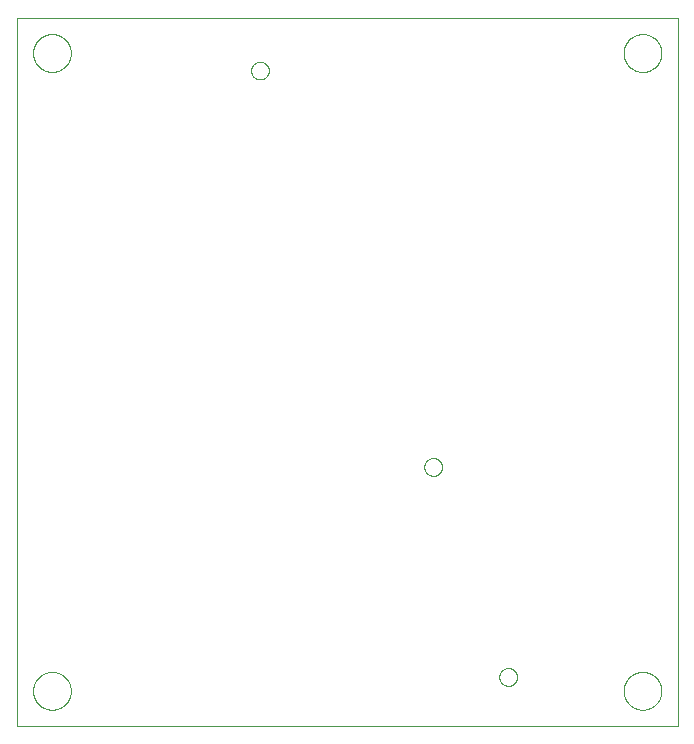
<source format=gbo>
G75*
%MOIN*%
%OFA0B0*%
%FSLAX25Y25*%
%IPPOS*%
%LPD*%
%AMOC8*
5,1,8,0,0,1.08239X$1,22.5*
%
%ADD10C,0.00000*%
D10*
X0001000Y0001000D02*
X0001000Y0237220D01*
X0221472Y0237220D01*
X0221472Y0001000D01*
X0001000Y0001000D01*
X0006512Y0012811D02*
X0006514Y0012969D01*
X0006520Y0013127D01*
X0006530Y0013285D01*
X0006544Y0013443D01*
X0006562Y0013600D01*
X0006583Y0013757D01*
X0006609Y0013913D01*
X0006639Y0014069D01*
X0006672Y0014224D01*
X0006710Y0014377D01*
X0006751Y0014530D01*
X0006796Y0014682D01*
X0006845Y0014833D01*
X0006898Y0014982D01*
X0006954Y0015130D01*
X0007014Y0015276D01*
X0007078Y0015421D01*
X0007146Y0015564D01*
X0007217Y0015706D01*
X0007291Y0015846D01*
X0007369Y0015983D01*
X0007451Y0016119D01*
X0007535Y0016253D01*
X0007624Y0016384D01*
X0007715Y0016513D01*
X0007810Y0016640D01*
X0007907Y0016765D01*
X0008008Y0016887D01*
X0008112Y0017006D01*
X0008219Y0017123D01*
X0008329Y0017237D01*
X0008442Y0017348D01*
X0008557Y0017457D01*
X0008675Y0017562D01*
X0008796Y0017664D01*
X0008919Y0017764D01*
X0009045Y0017860D01*
X0009173Y0017953D01*
X0009303Y0018043D01*
X0009436Y0018129D01*
X0009571Y0018213D01*
X0009707Y0018292D01*
X0009846Y0018369D01*
X0009987Y0018441D01*
X0010129Y0018511D01*
X0010273Y0018576D01*
X0010419Y0018638D01*
X0010566Y0018696D01*
X0010715Y0018751D01*
X0010865Y0018802D01*
X0011016Y0018849D01*
X0011168Y0018892D01*
X0011321Y0018931D01*
X0011476Y0018967D01*
X0011631Y0018998D01*
X0011787Y0019026D01*
X0011943Y0019050D01*
X0012100Y0019070D01*
X0012258Y0019086D01*
X0012415Y0019098D01*
X0012574Y0019106D01*
X0012732Y0019110D01*
X0012890Y0019110D01*
X0013048Y0019106D01*
X0013207Y0019098D01*
X0013364Y0019086D01*
X0013522Y0019070D01*
X0013679Y0019050D01*
X0013835Y0019026D01*
X0013991Y0018998D01*
X0014146Y0018967D01*
X0014301Y0018931D01*
X0014454Y0018892D01*
X0014606Y0018849D01*
X0014757Y0018802D01*
X0014907Y0018751D01*
X0015056Y0018696D01*
X0015203Y0018638D01*
X0015349Y0018576D01*
X0015493Y0018511D01*
X0015635Y0018441D01*
X0015776Y0018369D01*
X0015915Y0018292D01*
X0016051Y0018213D01*
X0016186Y0018129D01*
X0016319Y0018043D01*
X0016449Y0017953D01*
X0016577Y0017860D01*
X0016703Y0017764D01*
X0016826Y0017664D01*
X0016947Y0017562D01*
X0017065Y0017457D01*
X0017180Y0017348D01*
X0017293Y0017237D01*
X0017403Y0017123D01*
X0017510Y0017006D01*
X0017614Y0016887D01*
X0017715Y0016765D01*
X0017812Y0016640D01*
X0017907Y0016513D01*
X0017998Y0016384D01*
X0018087Y0016253D01*
X0018171Y0016119D01*
X0018253Y0015983D01*
X0018331Y0015846D01*
X0018405Y0015706D01*
X0018476Y0015564D01*
X0018544Y0015421D01*
X0018608Y0015276D01*
X0018668Y0015130D01*
X0018724Y0014982D01*
X0018777Y0014833D01*
X0018826Y0014682D01*
X0018871Y0014530D01*
X0018912Y0014377D01*
X0018950Y0014224D01*
X0018983Y0014069D01*
X0019013Y0013913D01*
X0019039Y0013757D01*
X0019060Y0013600D01*
X0019078Y0013443D01*
X0019092Y0013285D01*
X0019102Y0013127D01*
X0019108Y0012969D01*
X0019110Y0012811D01*
X0019108Y0012653D01*
X0019102Y0012495D01*
X0019092Y0012337D01*
X0019078Y0012179D01*
X0019060Y0012022D01*
X0019039Y0011865D01*
X0019013Y0011709D01*
X0018983Y0011553D01*
X0018950Y0011398D01*
X0018912Y0011245D01*
X0018871Y0011092D01*
X0018826Y0010940D01*
X0018777Y0010789D01*
X0018724Y0010640D01*
X0018668Y0010492D01*
X0018608Y0010346D01*
X0018544Y0010201D01*
X0018476Y0010058D01*
X0018405Y0009916D01*
X0018331Y0009776D01*
X0018253Y0009639D01*
X0018171Y0009503D01*
X0018087Y0009369D01*
X0017998Y0009238D01*
X0017907Y0009109D01*
X0017812Y0008982D01*
X0017715Y0008857D01*
X0017614Y0008735D01*
X0017510Y0008616D01*
X0017403Y0008499D01*
X0017293Y0008385D01*
X0017180Y0008274D01*
X0017065Y0008165D01*
X0016947Y0008060D01*
X0016826Y0007958D01*
X0016703Y0007858D01*
X0016577Y0007762D01*
X0016449Y0007669D01*
X0016319Y0007579D01*
X0016186Y0007493D01*
X0016051Y0007409D01*
X0015915Y0007330D01*
X0015776Y0007253D01*
X0015635Y0007181D01*
X0015493Y0007111D01*
X0015349Y0007046D01*
X0015203Y0006984D01*
X0015056Y0006926D01*
X0014907Y0006871D01*
X0014757Y0006820D01*
X0014606Y0006773D01*
X0014454Y0006730D01*
X0014301Y0006691D01*
X0014146Y0006655D01*
X0013991Y0006624D01*
X0013835Y0006596D01*
X0013679Y0006572D01*
X0013522Y0006552D01*
X0013364Y0006536D01*
X0013207Y0006524D01*
X0013048Y0006516D01*
X0012890Y0006512D01*
X0012732Y0006512D01*
X0012574Y0006516D01*
X0012415Y0006524D01*
X0012258Y0006536D01*
X0012100Y0006552D01*
X0011943Y0006572D01*
X0011787Y0006596D01*
X0011631Y0006624D01*
X0011476Y0006655D01*
X0011321Y0006691D01*
X0011168Y0006730D01*
X0011016Y0006773D01*
X0010865Y0006820D01*
X0010715Y0006871D01*
X0010566Y0006926D01*
X0010419Y0006984D01*
X0010273Y0007046D01*
X0010129Y0007111D01*
X0009987Y0007181D01*
X0009846Y0007253D01*
X0009707Y0007330D01*
X0009571Y0007409D01*
X0009436Y0007493D01*
X0009303Y0007579D01*
X0009173Y0007669D01*
X0009045Y0007762D01*
X0008919Y0007858D01*
X0008796Y0007958D01*
X0008675Y0008060D01*
X0008557Y0008165D01*
X0008442Y0008274D01*
X0008329Y0008385D01*
X0008219Y0008499D01*
X0008112Y0008616D01*
X0008008Y0008735D01*
X0007907Y0008857D01*
X0007810Y0008982D01*
X0007715Y0009109D01*
X0007624Y0009238D01*
X0007535Y0009369D01*
X0007451Y0009503D01*
X0007369Y0009639D01*
X0007291Y0009776D01*
X0007217Y0009916D01*
X0007146Y0010058D01*
X0007078Y0010201D01*
X0007014Y0010346D01*
X0006954Y0010492D01*
X0006898Y0010640D01*
X0006845Y0010789D01*
X0006796Y0010940D01*
X0006751Y0011092D01*
X0006710Y0011245D01*
X0006672Y0011398D01*
X0006639Y0011553D01*
X0006609Y0011709D01*
X0006583Y0011865D01*
X0006562Y0012022D01*
X0006544Y0012179D01*
X0006530Y0012337D01*
X0006520Y0012495D01*
X0006514Y0012653D01*
X0006512Y0012811D01*
X0136925Y0087437D02*
X0136927Y0087545D01*
X0136933Y0087654D01*
X0136943Y0087762D01*
X0136957Y0087869D01*
X0136975Y0087976D01*
X0136996Y0088083D01*
X0137022Y0088188D01*
X0137052Y0088293D01*
X0137085Y0088396D01*
X0137122Y0088498D01*
X0137163Y0088598D01*
X0137207Y0088697D01*
X0137256Y0088795D01*
X0137307Y0088890D01*
X0137362Y0088983D01*
X0137421Y0089075D01*
X0137483Y0089164D01*
X0137548Y0089251D01*
X0137616Y0089335D01*
X0137687Y0089417D01*
X0137761Y0089496D01*
X0137838Y0089572D01*
X0137918Y0089646D01*
X0138001Y0089716D01*
X0138086Y0089784D01*
X0138173Y0089848D01*
X0138263Y0089909D01*
X0138355Y0089967D01*
X0138449Y0090021D01*
X0138545Y0090072D01*
X0138642Y0090119D01*
X0138742Y0090163D01*
X0138843Y0090203D01*
X0138945Y0090239D01*
X0139048Y0090271D01*
X0139153Y0090300D01*
X0139259Y0090324D01*
X0139365Y0090345D01*
X0139472Y0090362D01*
X0139580Y0090375D01*
X0139688Y0090384D01*
X0139797Y0090389D01*
X0139905Y0090390D01*
X0140014Y0090387D01*
X0140122Y0090380D01*
X0140230Y0090369D01*
X0140337Y0090354D01*
X0140444Y0090335D01*
X0140550Y0090312D01*
X0140655Y0090286D01*
X0140760Y0090255D01*
X0140862Y0090221D01*
X0140964Y0090183D01*
X0141064Y0090141D01*
X0141163Y0090096D01*
X0141260Y0090047D01*
X0141354Y0089994D01*
X0141447Y0089938D01*
X0141538Y0089879D01*
X0141627Y0089816D01*
X0141713Y0089751D01*
X0141797Y0089682D01*
X0141878Y0089610D01*
X0141956Y0089535D01*
X0142032Y0089457D01*
X0142105Y0089376D01*
X0142175Y0089293D01*
X0142241Y0089208D01*
X0142305Y0089120D01*
X0142365Y0089029D01*
X0142422Y0088937D01*
X0142475Y0088842D01*
X0142525Y0088746D01*
X0142571Y0088648D01*
X0142614Y0088548D01*
X0142653Y0088447D01*
X0142688Y0088344D01*
X0142720Y0088241D01*
X0142747Y0088136D01*
X0142771Y0088030D01*
X0142791Y0087923D01*
X0142807Y0087816D01*
X0142819Y0087708D01*
X0142827Y0087600D01*
X0142831Y0087491D01*
X0142831Y0087383D01*
X0142827Y0087274D01*
X0142819Y0087166D01*
X0142807Y0087058D01*
X0142791Y0086951D01*
X0142771Y0086844D01*
X0142747Y0086738D01*
X0142720Y0086633D01*
X0142688Y0086530D01*
X0142653Y0086427D01*
X0142614Y0086326D01*
X0142571Y0086226D01*
X0142525Y0086128D01*
X0142475Y0086032D01*
X0142422Y0085937D01*
X0142365Y0085845D01*
X0142305Y0085754D01*
X0142241Y0085666D01*
X0142175Y0085581D01*
X0142105Y0085498D01*
X0142032Y0085417D01*
X0141956Y0085339D01*
X0141878Y0085264D01*
X0141797Y0085192D01*
X0141713Y0085123D01*
X0141627Y0085058D01*
X0141538Y0084995D01*
X0141447Y0084936D01*
X0141355Y0084880D01*
X0141260Y0084827D01*
X0141163Y0084778D01*
X0141064Y0084733D01*
X0140964Y0084691D01*
X0140862Y0084653D01*
X0140760Y0084619D01*
X0140655Y0084588D01*
X0140550Y0084562D01*
X0140444Y0084539D01*
X0140337Y0084520D01*
X0140230Y0084505D01*
X0140122Y0084494D01*
X0140014Y0084487D01*
X0139905Y0084484D01*
X0139797Y0084485D01*
X0139688Y0084490D01*
X0139580Y0084499D01*
X0139472Y0084512D01*
X0139365Y0084529D01*
X0139259Y0084550D01*
X0139153Y0084574D01*
X0139048Y0084603D01*
X0138945Y0084635D01*
X0138843Y0084671D01*
X0138742Y0084711D01*
X0138642Y0084755D01*
X0138545Y0084802D01*
X0138449Y0084853D01*
X0138355Y0084907D01*
X0138263Y0084965D01*
X0138173Y0085026D01*
X0138086Y0085090D01*
X0138001Y0085158D01*
X0137918Y0085228D01*
X0137838Y0085302D01*
X0137761Y0085378D01*
X0137687Y0085457D01*
X0137616Y0085539D01*
X0137548Y0085623D01*
X0137483Y0085710D01*
X0137421Y0085799D01*
X0137362Y0085891D01*
X0137307Y0085984D01*
X0137256Y0086079D01*
X0137207Y0086177D01*
X0137163Y0086276D01*
X0137122Y0086376D01*
X0137085Y0086478D01*
X0137052Y0086581D01*
X0137022Y0086686D01*
X0136996Y0086791D01*
X0136975Y0086898D01*
X0136957Y0087005D01*
X0136943Y0087112D01*
X0136933Y0087220D01*
X0136927Y0087329D01*
X0136925Y0087437D01*
X0161925Y0017437D02*
X0161927Y0017545D01*
X0161933Y0017654D01*
X0161943Y0017762D01*
X0161957Y0017869D01*
X0161975Y0017976D01*
X0161996Y0018083D01*
X0162022Y0018188D01*
X0162052Y0018293D01*
X0162085Y0018396D01*
X0162122Y0018498D01*
X0162163Y0018598D01*
X0162207Y0018697D01*
X0162256Y0018795D01*
X0162307Y0018890D01*
X0162362Y0018983D01*
X0162421Y0019075D01*
X0162483Y0019164D01*
X0162548Y0019251D01*
X0162616Y0019335D01*
X0162687Y0019417D01*
X0162761Y0019496D01*
X0162838Y0019572D01*
X0162918Y0019646D01*
X0163001Y0019716D01*
X0163086Y0019784D01*
X0163173Y0019848D01*
X0163263Y0019909D01*
X0163355Y0019967D01*
X0163449Y0020021D01*
X0163545Y0020072D01*
X0163642Y0020119D01*
X0163742Y0020163D01*
X0163843Y0020203D01*
X0163945Y0020239D01*
X0164048Y0020271D01*
X0164153Y0020300D01*
X0164259Y0020324D01*
X0164365Y0020345D01*
X0164472Y0020362D01*
X0164580Y0020375D01*
X0164688Y0020384D01*
X0164797Y0020389D01*
X0164905Y0020390D01*
X0165014Y0020387D01*
X0165122Y0020380D01*
X0165230Y0020369D01*
X0165337Y0020354D01*
X0165444Y0020335D01*
X0165550Y0020312D01*
X0165655Y0020286D01*
X0165760Y0020255D01*
X0165862Y0020221D01*
X0165964Y0020183D01*
X0166064Y0020141D01*
X0166163Y0020096D01*
X0166260Y0020047D01*
X0166354Y0019994D01*
X0166447Y0019938D01*
X0166538Y0019879D01*
X0166627Y0019816D01*
X0166713Y0019751D01*
X0166797Y0019682D01*
X0166878Y0019610D01*
X0166956Y0019535D01*
X0167032Y0019457D01*
X0167105Y0019376D01*
X0167175Y0019293D01*
X0167241Y0019208D01*
X0167305Y0019120D01*
X0167365Y0019029D01*
X0167422Y0018937D01*
X0167475Y0018842D01*
X0167525Y0018746D01*
X0167571Y0018648D01*
X0167614Y0018548D01*
X0167653Y0018447D01*
X0167688Y0018344D01*
X0167720Y0018241D01*
X0167747Y0018136D01*
X0167771Y0018030D01*
X0167791Y0017923D01*
X0167807Y0017816D01*
X0167819Y0017708D01*
X0167827Y0017600D01*
X0167831Y0017491D01*
X0167831Y0017383D01*
X0167827Y0017274D01*
X0167819Y0017166D01*
X0167807Y0017058D01*
X0167791Y0016951D01*
X0167771Y0016844D01*
X0167747Y0016738D01*
X0167720Y0016633D01*
X0167688Y0016530D01*
X0167653Y0016427D01*
X0167614Y0016326D01*
X0167571Y0016226D01*
X0167525Y0016128D01*
X0167475Y0016032D01*
X0167422Y0015937D01*
X0167365Y0015845D01*
X0167305Y0015754D01*
X0167241Y0015666D01*
X0167175Y0015581D01*
X0167105Y0015498D01*
X0167032Y0015417D01*
X0166956Y0015339D01*
X0166878Y0015264D01*
X0166797Y0015192D01*
X0166713Y0015123D01*
X0166627Y0015058D01*
X0166538Y0014995D01*
X0166447Y0014936D01*
X0166355Y0014880D01*
X0166260Y0014827D01*
X0166163Y0014778D01*
X0166064Y0014733D01*
X0165964Y0014691D01*
X0165862Y0014653D01*
X0165760Y0014619D01*
X0165655Y0014588D01*
X0165550Y0014562D01*
X0165444Y0014539D01*
X0165337Y0014520D01*
X0165230Y0014505D01*
X0165122Y0014494D01*
X0165014Y0014487D01*
X0164905Y0014484D01*
X0164797Y0014485D01*
X0164688Y0014490D01*
X0164580Y0014499D01*
X0164472Y0014512D01*
X0164365Y0014529D01*
X0164259Y0014550D01*
X0164153Y0014574D01*
X0164048Y0014603D01*
X0163945Y0014635D01*
X0163843Y0014671D01*
X0163742Y0014711D01*
X0163642Y0014755D01*
X0163545Y0014802D01*
X0163449Y0014853D01*
X0163355Y0014907D01*
X0163263Y0014965D01*
X0163173Y0015026D01*
X0163086Y0015090D01*
X0163001Y0015158D01*
X0162918Y0015228D01*
X0162838Y0015302D01*
X0162761Y0015378D01*
X0162687Y0015457D01*
X0162616Y0015539D01*
X0162548Y0015623D01*
X0162483Y0015710D01*
X0162421Y0015799D01*
X0162362Y0015891D01*
X0162307Y0015984D01*
X0162256Y0016079D01*
X0162207Y0016177D01*
X0162163Y0016276D01*
X0162122Y0016376D01*
X0162085Y0016478D01*
X0162052Y0016581D01*
X0162022Y0016686D01*
X0161996Y0016791D01*
X0161975Y0016898D01*
X0161957Y0017005D01*
X0161943Y0017112D01*
X0161933Y0017220D01*
X0161927Y0017329D01*
X0161925Y0017437D01*
X0203362Y0012811D02*
X0203364Y0012969D01*
X0203370Y0013127D01*
X0203380Y0013285D01*
X0203394Y0013443D01*
X0203412Y0013600D01*
X0203433Y0013757D01*
X0203459Y0013913D01*
X0203489Y0014069D01*
X0203522Y0014224D01*
X0203560Y0014377D01*
X0203601Y0014530D01*
X0203646Y0014682D01*
X0203695Y0014833D01*
X0203748Y0014982D01*
X0203804Y0015130D01*
X0203864Y0015276D01*
X0203928Y0015421D01*
X0203996Y0015564D01*
X0204067Y0015706D01*
X0204141Y0015846D01*
X0204219Y0015983D01*
X0204301Y0016119D01*
X0204385Y0016253D01*
X0204474Y0016384D01*
X0204565Y0016513D01*
X0204660Y0016640D01*
X0204757Y0016765D01*
X0204858Y0016887D01*
X0204962Y0017006D01*
X0205069Y0017123D01*
X0205179Y0017237D01*
X0205292Y0017348D01*
X0205407Y0017457D01*
X0205525Y0017562D01*
X0205646Y0017664D01*
X0205769Y0017764D01*
X0205895Y0017860D01*
X0206023Y0017953D01*
X0206153Y0018043D01*
X0206286Y0018129D01*
X0206421Y0018213D01*
X0206557Y0018292D01*
X0206696Y0018369D01*
X0206837Y0018441D01*
X0206979Y0018511D01*
X0207123Y0018576D01*
X0207269Y0018638D01*
X0207416Y0018696D01*
X0207565Y0018751D01*
X0207715Y0018802D01*
X0207866Y0018849D01*
X0208018Y0018892D01*
X0208171Y0018931D01*
X0208326Y0018967D01*
X0208481Y0018998D01*
X0208637Y0019026D01*
X0208793Y0019050D01*
X0208950Y0019070D01*
X0209108Y0019086D01*
X0209265Y0019098D01*
X0209424Y0019106D01*
X0209582Y0019110D01*
X0209740Y0019110D01*
X0209898Y0019106D01*
X0210057Y0019098D01*
X0210214Y0019086D01*
X0210372Y0019070D01*
X0210529Y0019050D01*
X0210685Y0019026D01*
X0210841Y0018998D01*
X0210996Y0018967D01*
X0211151Y0018931D01*
X0211304Y0018892D01*
X0211456Y0018849D01*
X0211607Y0018802D01*
X0211757Y0018751D01*
X0211906Y0018696D01*
X0212053Y0018638D01*
X0212199Y0018576D01*
X0212343Y0018511D01*
X0212485Y0018441D01*
X0212626Y0018369D01*
X0212765Y0018292D01*
X0212901Y0018213D01*
X0213036Y0018129D01*
X0213169Y0018043D01*
X0213299Y0017953D01*
X0213427Y0017860D01*
X0213553Y0017764D01*
X0213676Y0017664D01*
X0213797Y0017562D01*
X0213915Y0017457D01*
X0214030Y0017348D01*
X0214143Y0017237D01*
X0214253Y0017123D01*
X0214360Y0017006D01*
X0214464Y0016887D01*
X0214565Y0016765D01*
X0214662Y0016640D01*
X0214757Y0016513D01*
X0214848Y0016384D01*
X0214937Y0016253D01*
X0215021Y0016119D01*
X0215103Y0015983D01*
X0215181Y0015846D01*
X0215255Y0015706D01*
X0215326Y0015564D01*
X0215394Y0015421D01*
X0215458Y0015276D01*
X0215518Y0015130D01*
X0215574Y0014982D01*
X0215627Y0014833D01*
X0215676Y0014682D01*
X0215721Y0014530D01*
X0215762Y0014377D01*
X0215800Y0014224D01*
X0215833Y0014069D01*
X0215863Y0013913D01*
X0215889Y0013757D01*
X0215910Y0013600D01*
X0215928Y0013443D01*
X0215942Y0013285D01*
X0215952Y0013127D01*
X0215958Y0012969D01*
X0215960Y0012811D01*
X0215958Y0012653D01*
X0215952Y0012495D01*
X0215942Y0012337D01*
X0215928Y0012179D01*
X0215910Y0012022D01*
X0215889Y0011865D01*
X0215863Y0011709D01*
X0215833Y0011553D01*
X0215800Y0011398D01*
X0215762Y0011245D01*
X0215721Y0011092D01*
X0215676Y0010940D01*
X0215627Y0010789D01*
X0215574Y0010640D01*
X0215518Y0010492D01*
X0215458Y0010346D01*
X0215394Y0010201D01*
X0215326Y0010058D01*
X0215255Y0009916D01*
X0215181Y0009776D01*
X0215103Y0009639D01*
X0215021Y0009503D01*
X0214937Y0009369D01*
X0214848Y0009238D01*
X0214757Y0009109D01*
X0214662Y0008982D01*
X0214565Y0008857D01*
X0214464Y0008735D01*
X0214360Y0008616D01*
X0214253Y0008499D01*
X0214143Y0008385D01*
X0214030Y0008274D01*
X0213915Y0008165D01*
X0213797Y0008060D01*
X0213676Y0007958D01*
X0213553Y0007858D01*
X0213427Y0007762D01*
X0213299Y0007669D01*
X0213169Y0007579D01*
X0213036Y0007493D01*
X0212901Y0007409D01*
X0212765Y0007330D01*
X0212626Y0007253D01*
X0212485Y0007181D01*
X0212343Y0007111D01*
X0212199Y0007046D01*
X0212053Y0006984D01*
X0211906Y0006926D01*
X0211757Y0006871D01*
X0211607Y0006820D01*
X0211456Y0006773D01*
X0211304Y0006730D01*
X0211151Y0006691D01*
X0210996Y0006655D01*
X0210841Y0006624D01*
X0210685Y0006596D01*
X0210529Y0006572D01*
X0210372Y0006552D01*
X0210214Y0006536D01*
X0210057Y0006524D01*
X0209898Y0006516D01*
X0209740Y0006512D01*
X0209582Y0006512D01*
X0209424Y0006516D01*
X0209265Y0006524D01*
X0209108Y0006536D01*
X0208950Y0006552D01*
X0208793Y0006572D01*
X0208637Y0006596D01*
X0208481Y0006624D01*
X0208326Y0006655D01*
X0208171Y0006691D01*
X0208018Y0006730D01*
X0207866Y0006773D01*
X0207715Y0006820D01*
X0207565Y0006871D01*
X0207416Y0006926D01*
X0207269Y0006984D01*
X0207123Y0007046D01*
X0206979Y0007111D01*
X0206837Y0007181D01*
X0206696Y0007253D01*
X0206557Y0007330D01*
X0206421Y0007409D01*
X0206286Y0007493D01*
X0206153Y0007579D01*
X0206023Y0007669D01*
X0205895Y0007762D01*
X0205769Y0007858D01*
X0205646Y0007958D01*
X0205525Y0008060D01*
X0205407Y0008165D01*
X0205292Y0008274D01*
X0205179Y0008385D01*
X0205069Y0008499D01*
X0204962Y0008616D01*
X0204858Y0008735D01*
X0204757Y0008857D01*
X0204660Y0008982D01*
X0204565Y0009109D01*
X0204474Y0009238D01*
X0204385Y0009369D01*
X0204301Y0009503D01*
X0204219Y0009639D01*
X0204141Y0009776D01*
X0204067Y0009916D01*
X0203996Y0010058D01*
X0203928Y0010201D01*
X0203864Y0010346D01*
X0203804Y0010492D01*
X0203748Y0010640D01*
X0203695Y0010789D01*
X0203646Y0010940D01*
X0203601Y0011092D01*
X0203560Y0011245D01*
X0203522Y0011398D01*
X0203489Y0011553D01*
X0203459Y0011709D01*
X0203433Y0011865D01*
X0203412Y0012022D01*
X0203394Y0012179D01*
X0203380Y0012337D01*
X0203370Y0012495D01*
X0203364Y0012653D01*
X0203362Y0012811D01*
X0079169Y0219563D02*
X0079171Y0219671D01*
X0079177Y0219780D01*
X0079187Y0219888D01*
X0079201Y0219995D01*
X0079219Y0220102D01*
X0079240Y0220209D01*
X0079266Y0220314D01*
X0079296Y0220419D01*
X0079329Y0220522D01*
X0079366Y0220624D01*
X0079407Y0220724D01*
X0079451Y0220823D01*
X0079500Y0220921D01*
X0079551Y0221016D01*
X0079606Y0221109D01*
X0079665Y0221201D01*
X0079727Y0221290D01*
X0079792Y0221377D01*
X0079860Y0221461D01*
X0079931Y0221543D01*
X0080005Y0221622D01*
X0080082Y0221698D01*
X0080162Y0221772D01*
X0080245Y0221842D01*
X0080330Y0221910D01*
X0080417Y0221974D01*
X0080507Y0222035D01*
X0080599Y0222093D01*
X0080693Y0222147D01*
X0080789Y0222198D01*
X0080886Y0222245D01*
X0080986Y0222289D01*
X0081087Y0222329D01*
X0081189Y0222365D01*
X0081292Y0222397D01*
X0081397Y0222426D01*
X0081503Y0222450D01*
X0081609Y0222471D01*
X0081716Y0222488D01*
X0081824Y0222501D01*
X0081932Y0222510D01*
X0082041Y0222515D01*
X0082149Y0222516D01*
X0082258Y0222513D01*
X0082366Y0222506D01*
X0082474Y0222495D01*
X0082581Y0222480D01*
X0082688Y0222461D01*
X0082794Y0222438D01*
X0082899Y0222412D01*
X0083004Y0222381D01*
X0083106Y0222347D01*
X0083208Y0222309D01*
X0083308Y0222267D01*
X0083407Y0222222D01*
X0083504Y0222173D01*
X0083598Y0222120D01*
X0083691Y0222064D01*
X0083782Y0222005D01*
X0083871Y0221942D01*
X0083957Y0221877D01*
X0084041Y0221808D01*
X0084122Y0221736D01*
X0084200Y0221661D01*
X0084276Y0221583D01*
X0084349Y0221502D01*
X0084419Y0221419D01*
X0084485Y0221334D01*
X0084549Y0221246D01*
X0084609Y0221155D01*
X0084666Y0221063D01*
X0084719Y0220968D01*
X0084769Y0220872D01*
X0084815Y0220774D01*
X0084858Y0220674D01*
X0084897Y0220573D01*
X0084932Y0220470D01*
X0084964Y0220367D01*
X0084991Y0220262D01*
X0085015Y0220156D01*
X0085035Y0220049D01*
X0085051Y0219942D01*
X0085063Y0219834D01*
X0085071Y0219726D01*
X0085075Y0219617D01*
X0085075Y0219509D01*
X0085071Y0219400D01*
X0085063Y0219292D01*
X0085051Y0219184D01*
X0085035Y0219077D01*
X0085015Y0218970D01*
X0084991Y0218864D01*
X0084964Y0218759D01*
X0084932Y0218656D01*
X0084897Y0218553D01*
X0084858Y0218452D01*
X0084815Y0218352D01*
X0084769Y0218254D01*
X0084719Y0218158D01*
X0084666Y0218063D01*
X0084609Y0217971D01*
X0084549Y0217880D01*
X0084485Y0217792D01*
X0084419Y0217707D01*
X0084349Y0217624D01*
X0084276Y0217543D01*
X0084200Y0217465D01*
X0084122Y0217390D01*
X0084041Y0217318D01*
X0083957Y0217249D01*
X0083871Y0217184D01*
X0083782Y0217121D01*
X0083691Y0217062D01*
X0083599Y0217006D01*
X0083504Y0216953D01*
X0083407Y0216904D01*
X0083308Y0216859D01*
X0083208Y0216817D01*
X0083106Y0216779D01*
X0083004Y0216745D01*
X0082899Y0216714D01*
X0082794Y0216688D01*
X0082688Y0216665D01*
X0082581Y0216646D01*
X0082474Y0216631D01*
X0082366Y0216620D01*
X0082258Y0216613D01*
X0082149Y0216610D01*
X0082041Y0216611D01*
X0081932Y0216616D01*
X0081824Y0216625D01*
X0081716Y0216638D01*
X0081609Y0216655D01*
X0081503Y0216676D01*
X0081397Y0216700D01*
X0081292Y0216729D01*
X0081189Y0216761D01*
X0081087Y0216797D01*
X0080986Y0216837D01*
X0080886Y0216881D01*
X0080789Y0216928D01*
X0080693Y0216979D01*
X0080599Y0217033D01*
X0080507Y0217091D01*
X0080417Y0217152D01*
X0080330Y0217216D01*
X0080245Y0217284D01*
X0080162Y0217354D01*
X0080082Y0217428D01*
X0080005Y0217504D01*
X0079931Y0217583D01*
X0079860Y0217665D01*
X0079792Y0217749D01*
X0079727Y0217836D01*
X0079665Y0217925D01*
X0079606Y0218017D01*
X0079551Y0218110D01*
X0079500Y0218205D01*
X0079451Y0218303D01*
X0079407Y0218402D01*
X0079366Y0218502D01*
X0079329Y0218604D01*
X0079296Y0218707D01*
X0079266Y0218812D01*
X0079240Y0218917D01*
X0079219Y0219024D01*
X0079201Y0219131D01*
X0079187Y0219238D01*
X0079177Y0219346D01*
X0079171Y0219455D01*
X0079169Y0219563D01*
X0006512Y0225409D02*
X0006514Y0225567D01*
X0006520Y0225725D01*
X0006530Y0225883D01*
X0006544Y0226041D01*
X0006562Y0226198D01*
X0006583Y0226355D01*
X0006609Y0226511D01*
X0006639Y0226667D01*
X0006672Y0226822D01*
X0006710Y0226975D01*
X0006751Y0227128D01*
X0006796Y0227280D01*
X0006845Y0227431D01*
X0006898Y0227580D01*
X0006954Y0227728D01*
X0007014Y0227874D01*
X0007078Y0228019D01*
X0007146Y0228162D01*
X0007217Y0228304D01*
X0007291Y0228444D01*
X0007369Y0228581D01*
X0007451Y0228717D01*
X0007535Y0228851D01*
X0007624Y0228982D01*
X0007715Y0229111D01*
X0007810Y0229238D01*
X0007907Y0229363D01*
X0008008Y0229485D01*
X0008112Y0229604D01*
X0008219Y0229721D01*
X0008329Y0229835D01*
X0008442Y0229946D01*
X0008557Y0230055D01*
X0008675Y0230160D01*
X0008796Y0230262D01*
X0008919Y0230362D01*
X0009045Y0230458D01*
X0009173Y0230551D01*
X0009303Y0230641D01*
X0009436Y0230727D01*
X0009571Y0230811D01*
X0009707Y0230890D01*
X0009846Y0230967D01*
X0009987Y0231039D01*
X0010129Y0231109D01*
X0010273Y0231174D01*
X0010419Y0231236D01*
X0010566Y0231294D01*
X0010715Y0231349D01*
X0010865Y0231400D01*
X0011016Y0231447D01*
X0011168Y0231490D01*
X0011321Y0231529D01*
X0011476Y0231565D01*
X0011631Y0231596D01*
X0011787Y0231624D01*
X0011943Y0231648D01*
X0012100Y0231668D01*
X0012258Y0231684D01*
X0012415Y0231696D01*
X0012574Y0231704D01*
X0012732Y0231708D01*
X0012890Y0231708D01*
X0013048Y0231704D01*
X0013207Y0231696D01*
X0013364Y0231684D01*
X0013522Y0231668D01*
X0013679Y0231648D01*
X0013835Y0231624D01*
X0013991Y0231596D01*
X0014146Y0231565D01*
X0014301Y0231529D01*
X0014454Y0231490D01*
X0014606Y0231447D01*
X0014757Y0231400D01*
X0014907Y0231349D01*
X0015056Y0231294D01*
X0015203Y0231236D01*
X0015349Y0231174D01*
X0015493Y0231109D01*
X0015635Y0231039D01*
X0015776Y0230967D01*
X0015915Y0230890D01*
X0016051Y0230811D01*
X0016186Y0230727D01*
X0016319Y0230641D01*
X0016449Y0230551D01*
X0016577Y0230458D01*
X0016703Y0230362D01*
X0016826Y0230262D01*
X0016947Y0230160D01*
X0017065Y0230055D01*
X0017180Y0229946D01*
X0017293Y0229835D01*
X0017403Y0229721D01*
X0017510Y0229604D01*
X0017614Y0229485D01*
X0017715Y0229363D01*
X0017812Y0229238D01*
X0017907Y0229111D01*
X0017998Y0228982D01*
X0018087Y0228851D01*
X0018171Y0228717D01*
X0018253Y0228581D01*
X0018331Y0228444D01*
X0018405Y0228304D01*
X0018476Y0228162D01*
X0018544Y0228019D01*
X0018608Y0227874D01*
X0018668Y0227728D01*
X0018724Y0227580D01*
X0018777Y0227431D01*
X0018826Y0227280D01*
X0018871Y0227128D01*
X0018912Y0226975D01*
X0018950Y0226822D01*
X0018983Y0226667D01*
X0019013Y0226511D01*
X0019039Y0226355D01*
X0019060Y0226198D01*
X0019078Y0226041D01*
X0019092Y0225883D01*
X0019102Y0225725D01*
X0019108Y0225567D01*
X0019110Y0225409D01*
X0019108Y0225251D01*
X0019102Y0225093D01*
X0019092Y0224935D01*
X0019078Y0224777D01*
X0019060Y0224620D01*
X0019039Y0224463D01*
X0019013Y0224307D01*
X0018983Y0224151D01*
X0018950Y0223996D01*
X0018912Y0223843D01*
X0018871Y0223690D01*
X0018826Y0223538D01*
X0018777Y0223387D01*
X0018724Y0223238D01*
X0018668Y0223090D01*
X0018608Y0222944D01*
X0018544Y0222799D01*
X0018476Y0222656D01*
X0018405Y0222514D01*
X0018331Y0222374D01*
X0018253Y0222237D01*
X0018171Y0222101D01*
X0018087Y0221967D01*
X0017998Y0221836D01*
X0017907Y0221707D01*
X0017812Y0221580D01*
X0017715Y0221455D01*
X0017614Y0221333D01*
X0017510Y0221214D01*
X0017403Y0221097D01*
X0017293Y0220983D01*
X0017180Y0220872D01*
X0017065Y0220763D01*
X0016947Y0220658D01*
X0016826Y0220556D01*
X0016703Y0220456D01*
X0016577Y0220360D01*
X0016449Y0220267D01*
X0016319Y0220177D01*
X0016186Y0220091D01*
X0016051Y0220007D01*
X0015915Y0219928D01*
X0015776Y0219851D01*
X0015635Y0219779D01*
X0015493Y0219709D01*
X0015349Y0219644D01*
X0015203Y0219582D01*
X0015056Y0219524D01*
X0014907Y0219469D01*
X0014757Y0219418D01*
X0014606Y0219371D01*
X0014454Y0219328D01*
X0014301Y0219289D01*
X0014146Y0219253D01*
X0013991Y0219222D01*
X0013835Y0219194D01*
X0013679Y0219170D01*
X0013522Y0219150D01*
X0013364Y0219134D01*
X0013207Y0219122D01*
X0013048Y0219114D01*
X0012890Y0219110D01*
X0012732Y0219110D01*
X0012574Y0219114D01*
X0012415Y0219122D01*
X0012258Y0219134D01*
X0012100Y0219150D01*
X0011943Y0219170D01*
X0011787Y0219194D01*
X0011631Y0219222D01*
X0011476Y0219253D01*
X0011321Y0219289D01*
X0011168Y0219328D01*
X0011016Y0219371D01*
X0010865Y0219418D01*
X0010715Y0219469D01*
X0010566Y0219524D01*
X0010419Y0219582D01*
X0010273Y0219644D01*
X0010129Y0219709D01*
X0009987Y0219779D01*
X0009846Y0219851D01*
X0009707Y0219928D01*
X0009571Y0220007D01*
X0009436Y0220091D01*
X0009303Y0220177D01*
X0009173Y0220267D01*
X0009045Y0220360D01*
X0008919Y0220456D01*
X0008796Y0220556D01*
X0008675Y0220658D01*
X0008557Y0220763D01*
X0008442Y0220872D01*
X0008329Y0220983D01*
X0008219Y0221097D01*
X0008112Y0221214D01*
X0008008Y0221333D01*
X0007907Y0221455D01*
X0007810Y0221580D01*
X0007715Y0221707D01*
X0007624Y0221836D01*
X0007535Y0221967D01*
X0007451Y0222101D01*
X0007369Y0222237D01*
X0007291Y0222374D01*
X0007217Y0222514D01*
X0007146Y0222656D01*
X0007078Y0222799D01*
X0007014Y0222944D01*
X0006954Y0223090D01*
X0006898Y0223238D01*
X0006845Y0223387D01*
X0006796Y0223538D01*
X0006751Y0223690D01*
X0006710Y0223843D01*
X0006672Y0223996D01*
X0006639Y0224151D01*
X0006609Y0224307D01*
X0006583Y0224463D01*
X0006562Y0224620D01*
X0006544Y0224777D01*
X0006530Y0224935D01*
X0006520Y0225093D01*
X0006514Y0225251D01*
X0006512Y0225409D01*
X0203362Y0225409D02*
X0203364Y0225567D01*
X0203370Y0225725D01*
X0203380Y0225883D01*
X0203394Y0226041D01*
X0203412Y0226198D01*
X0203433Y0226355D01*
X0203459Y0226511D01*
X0203489Y0226667D01*
X0203522Y0226822D01*
X0203560Y0226975D01*
X0203601Y0227128D01*
X0203646Y0227280D01*
X0203695Y0227431D01*
X0203748Y0227580D01*
X0203804Y0227728D01*
X0203864Y0227874D01*
X0203928Y0228019D01*
X0203996Y0228162D01*
X0204067Y0228304D01*
X0204141Y0228444D01*
X0204219Y0228581D01*
X0204301Y0228717D01*
X0204385Y0228851D01*
X0204474Y0228982D01*
X0204565Y0229111D01*
X0204660Y0229238D01*
X0204757Y0229363D01*
X0204858Y0229485D01*
X0204962Y0229604D01*
X0205069Y0229721D01*
X0205179Y0229835D01*
X0205292Y0229946D01*
X0205407Y0230055D01*
X0205525Y0230160D01*
X0205646Y0230262D01*
X0205769Y0230362D01*
X0205895Y0230458D01*
X0206023Y0230551D01*
X0206153Y0230641D01*
X0206286Y0230727D01*
X0206421Y0230811D01*
X0206557Y0230890D01*
X0206696Y0230967D01*
X0206837Y0231039D01*
X0206979Y0231109D01*
X0207123Y0231174D01*
X0207269Y0231236D01*
X0207416Y0231294D01*
X0207565Y0231349D01*
X0207715Y0231400D01*
X0207866Y0231447D01*
X0208018Y0231490D01*
X0208171Y0231529D01*
X0208326Y0231565D01*
X0208481Y0231596D01*
X0208637Y0231624D01*
X0208793Y0231648D01*
X0208950Y0231668D01*
X0209108Y0231684D01*
X0209265Y0231696D01*
X0209424Y0231704D01*
X0209582Y0231708D01*
X0209740Y0231708D01*
X0209898Y0231704D01*
X0210057Y0231696D01*
X0210214Y0231684D01*
X0210372Y0231668D01*
X0210529Y0231648D01*
X0210685Y0231624D01*
X0210841Y0231596D01*
X0210996Y0231565D01*
X0211151Y0231529D01*
X0211304Y0231490D01*
X0211456Y0231447D01*
X0211607Y0231400D01*
X0211757Y0231349D01*
X0211906Y0231294D01*
X0212053Y0231236D01*
X0212199Y0231174D01*
X0212343Y0231109D01*
X0212485Y0231039D01*
X0212626Y0230967D01*
X0212765Y0230890D01*
X0212901Y0230811D01*
X0213036Y0230727D01*
X0213169Y0230641D01*
X0213299Y0230551D01*
X0213427Y0230458D01*
X0213553Y0230362D01*
X0213676Y0230262D01*
X0213797Y0230160D01*
X0213915Y0230055D01*
X0214030Y0229946D01*
X0214143Y0229835D01*
X0214253Y0229721D01*
X0214360Y0229604D01*
X0214464Y0229485D01*
X0214565Y0229363D01*
X0214662Y0229238D01*
X0214757Y0229111D01*
X0214848Y0228982D01*
X0214937Y0228851D01*
X0215021Y0228717D01*
X0215103Y0228581D01*
X0215181Y0228444D01*
X0215255Y0228304D01*
X0215326Y0228162D01*
X0215394Y0228019D01*
X0215458Y0227874D01*
X0215518Y0227728D01*
X0215574Y0227580D01*
X0215627Y0227431D01*
X0215676Y0227280D01*
X0215721Y0227128D01*
X0215762Y0226975D01*
X0215800Y0226822D01*
X0215833Y0226667D01*
X0215863Y0226511D01*
X0215889Y0226355D01*
X0215910Y0226198D01*
X0215928Y0226041D01*
X0215942Y0225883D01*
X0215952Y0225725D01*
X0215958Y0225567D01*
X0215960Y0225409D01*
X0215958Y0225251D01*
X0215952Y0225093D01*
X0215942Y0224935D01*
X0215928Y0224777D01*
X0215910Y0224620D01*
X0215889Y0224463D01*
X0215863Y0224307D01*
X0215833Y0224151D01*
X0215800Y0223996D01*
X0215762Y0223843D01*
X0215721Y0223690D01*
X0215676Y0223538D01*
X0215627Y0223387D01*
X0215574Y0223238D01*
X0215518Y0223090D01*
X0215458Y0222944D01*
X0215394Y0222799D01*
X0215326Y0222656D01*
X0215255Y0222514D01*
X0215181Y0222374D01*
X0215103Y0222237D01*
X0215021Y0222101D01*
X0214937Y0221967D01*
X0214848Y0221836D01*
X0214757Y0221707D01*
X0214662Y0221580D01*
X0214565Y0221455D01*
X0214464Y0221333D01*
X0214360Y0221214D01*
X0214253Y0221097D01*
X0214143Y0220983D01*
X0214030Y0220872D01*
X0213915Y0220763D01*
X0213797Y0220658D01*
X0213676Y0220556D01*
X0213553Y0220456D01*
X0213427Y0220360D01*
X0213299Y0220267D01*
X0213169Y0220177D01*
X0213036Y0220091D01*
X0212901Y0220007D01*
X0212765Y0219928D01*
X0212626Y0219851D01*
X0212485Y0219779D01*
X0212343Y0219709D01*
X0212199Y0219644D01*
X0212053Y0219582D01*
X0211906Y0219524D01*
X0211757Y0219469D01*
X0211607Y0219418D01*
X0211456Y0219371D01*
X0211304Y0219328D01*
X0211151Y0219289D01*
X0210996Y0219253D01*
X0210841Y0219222D01*
X0210685Y0219194D01*
X0210529Y0219170D01*
X0210372Y0219150D01*
X0210214Y0219134D01*
X0210057Y0219122D01*
X0209898Y0219114D01*
X0209740Y0219110D01*
X0209582Y0219110D01*
X0209424Y0219114D01*
X0209265Y0219122D01*
X0209108Y0219134D01*
X0208950Y0219150D01*
X0208793Y0219170D01*
X0208637Y0219194D01*
X0208481Y0219222D01*
X0208326Y0219253D01*
X0208171Y0219289D01*
X0208018Y0219328D01*
X0207866Y0219371D01*
X0207715Y0219418D01*
X0207565Y0219469D01*
X0207416Y0219524D01*
X0207269Y0219582D01*
X0207123Y0219644D01*
X0206979Y0219709D01*
X0206837Y0219779D01*
X0206696Y0219851D01*
X0206557Y0219928D01*
X0206421Y0220007D01*
X0206286Y0220091D01*
X0206153Y0220177D01*
X0206023Y0220267D01*
X0205895Y0220360D01*
X0205769Y0220456D01*
X0205646Y0220556D01*
X0205525Y0220658D01*
X0205407Y0220763D01*
X0205292Y0220872D01*
X0205179Y0220983D01*
X0205069Y0221097D01*
X0204962Y0221214D01*
X0204858Y0221333D01*
X0204757Y0221455D01*
X0204660Y0221580D01*
X0204565Y0221707D01*
X0204474Y0221836D01*
X0204385Y0221967D01*
X0204301Y0222101D01*
X0204219Y0222237D01*
X0204141Y0222374D01*
X0204067Y0222514D01*
X0203996Y0222656D01*
X0203928Y0222799D01*
X0203864Y0222944D01*
X0203804Y0223090D01*
X0203748Y0223238D01*
X0203695Y0223387D01*
X0203646Y0223538D01*
X0203601Y0223690D01*
X0203560Y0223843D01*
X0203522Y0223996D01*
X0203489Y0224151D01*
X0203459Y0224307D01*
X0203433Y0224463D01*
X0203412Y0224620D01*
X0203394Y0224777D01*
X0203380Y0224935D01*
X0203370Y0225093D01*
X0203364Y0225251D01*
X0203362Y0225409D01*
M02*

</source>
